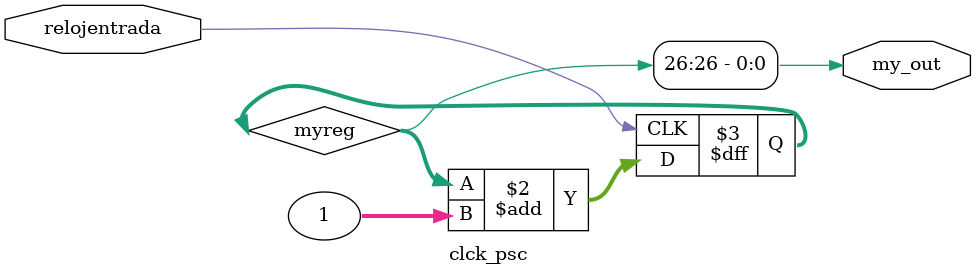
<source format=sv>
`timescale 1ns / 1ps

module clck_psc( input logic relojentrada, 
                 output logic my_out);
    logic [31:0]myreg;
    
    always @(posedge relojentrada)
      myreg +=1;
      
      assign my_out = myreg[26];             
                 
endmodule

</source>
